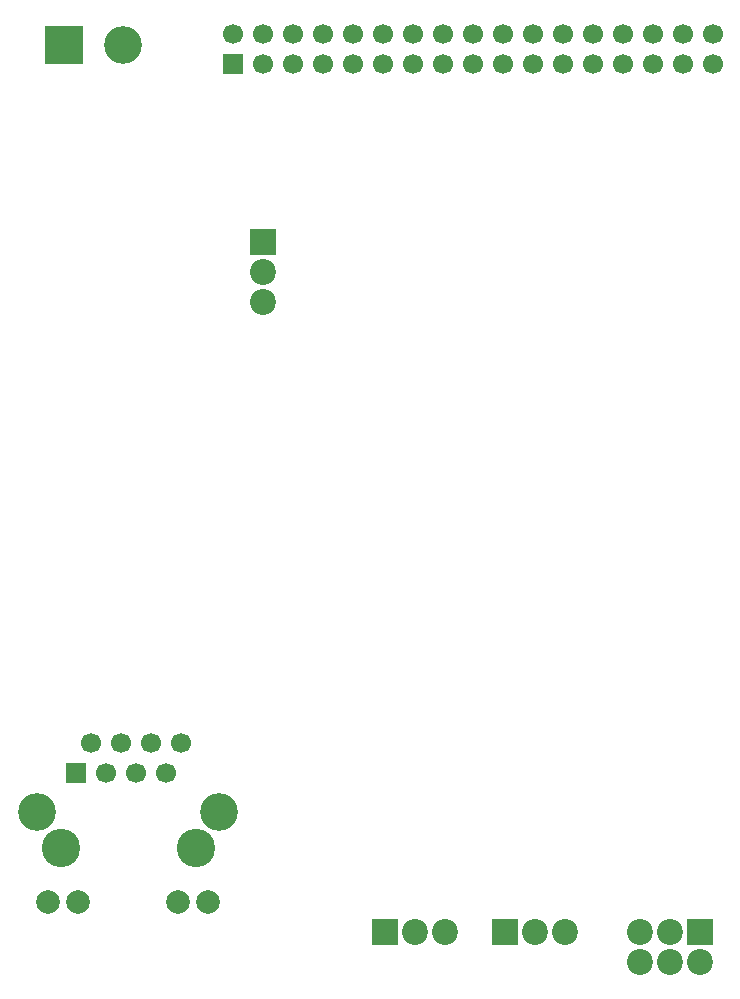
<source format=gbr>
G04 DipTrace 3.0.0.1*
G04 Bottom Mask.gbr*
%MOMM*%
G04 #@! TF.FileFunction,Soldermask,Bot*
G04 #@! TF.Part,Single*
%ADD42C,2.0*%
%ADD48C,3.25*%
%ADD59R,3.2X3.2*%
%ADD61C,2.2*%
%ADD62R,2.2X2.2*%
%ADD64C,1.6986*%
%ADD66R,1.6986X1.6986*%
%ADD77C,3.2*%
%ADD79C,1.7*%
%ADD81R,1.7X1.7*%
%FSLAX35Y35*%
G04*
G71*
G90*
G75*
G01*
G04 BotMask*
%LPD*%
D81*
X968477Y-7017487D3*
D79*
X1095477Y-6763487D3*
X1222477Y-7017487D3*
X1349477Y-6763487D3*
X1476477Y-7017487D3*
X1603477Y-6763487D3*
X1730477Y-7017487D3*
X1857477Y-6763487D3*
D77*
X638477Y-7347487D3*
X2187477D3*
D42*
X739477Y-8109487D3*
X993477D3*
X1832477D3*
X2086477D3*
D48*
X841477Y-7652487D3*
X1984477D3*
D66*
X2301873Y-1016000D3*
D64*
X2555873Y-1015960D3*
X2809873D3*
X3063873D3*
X3317873D3*
X3571873D3*
X3825873D3*
X4079873D3*
X4333873D3*
X4587873D3*
X4841873D3*
X5095873D3*
X5349873D3*
X2301873Y-761960D3*
X2555873D3*
X2809873D3*
X3063873D3*
X3317873D3*
X3571873D3*
X3825873D3*
X4079873D3*
X4333873D3*
X4587873D3*
X4841873D3*
X5095873D3*
X5349873D3*
X5603873Y-1015960D3*
X5857873D3*
X6111873D3*
X6365873D3*
X5603873Y-761960D3*
X5857873D3*
X6111873D3*
X6365873D3*
D62*
X2555873Y-2524123D3*
D61*
Y-2778123D3*
Y-3032123D3*
D62*
X3588180Y-8367003D3*
D61*
X3842180D3*
X4096180D3*
D62*
X4604233D3*
D61*
X4858233D3*
X5112233D3*
D62*
X6255407D3*
D61*
X6001407D3*
X5747407D3*
Y-8621003D3*
X6001407D3*
X6255407D3*
D59*
X873127Y-857250D3*
D77*
X1373127D3*
M02*

</source>
